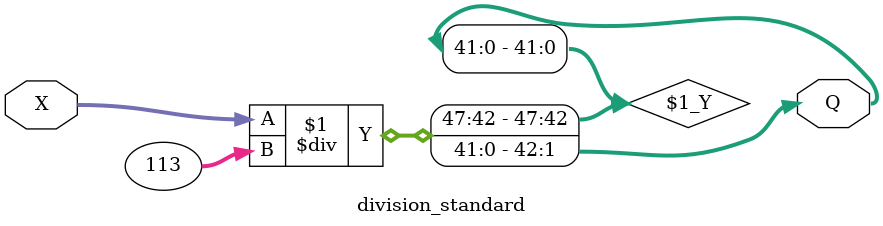
<source format=v>
module division_standard( X, Q);//, R);

input  [48:1] X;
output [42:1] Q; 
//output [7:1] R;

assign Q = X / 113;

//assign R = X % 113;

endmodule

</source>
